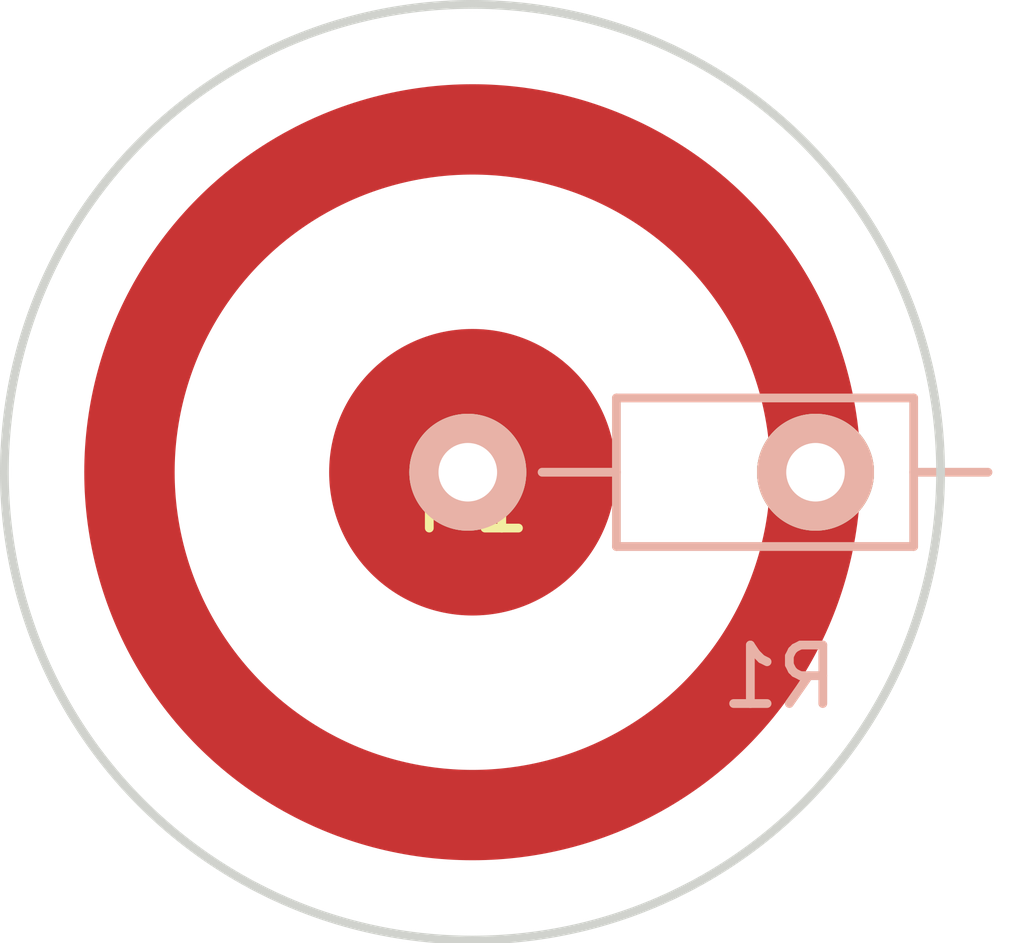
<source format=kicad_pcb>
(kicad_pcb (version 4) (host pcbnew 4.0.4-stable)

  (general
    (links 2)
    (no_connects 0)
    (area 141.924999 91.924999 158.075001 108.075001)
    (thickness 1.6)
    (drawings 1)
    (tracks 0)
    (zones 0)
    (modules 2)
    (nets 3)
  )

  (page A4)
  (layers
    (0 F.Cu signal)
    (31 B.Cu signal)
    (32 B.Adhes user)
    (33 F.Adhes user)
    (34 B.Paste user)
    (35 F.Paste user)
    (36 B.SilkS user)
    (37 F.SilkS user)
    (38 B.Mask user)
    (39 F.Mask user)
    (40 Dwgs.User user)
    (41 Cmts.User user)
    (42 Eco1.User user)
    (43 Eco2.User user)
    (44 Edge.Cuts user)
    (45 Margin user)
    (46 B.CrtYd user)
    (47 F.CrtYd user)
    (48 B.Fab user)
    (49 F.Fab user)
  )

  (setup
    (last_trace_width 0.25)
    (trace_clearance 0.8)
    (zone_clearance 0.508)
    (zone_45_only no)
    (trace_min 0.2)
    (segment_width 0.2)
    (edge_width 0.15)
    (via_size 0.6)
    (via_drill 0.4)
    (via_min_size 0.4)
    (via_min_drill 0.3)
    (uvia_size 0.3)
    (uvia_drill 0.1)
    (uvias_allowed no)
    (uvia_min_size 0.2)
    (uvia_min_drill 0.1)
    (pcb_text_width 0.3)
    (pcb_text_size 1.5 1.5)
    (mod_edge_width 0.15)
    (mod_text_size 1 1)
    (mod_text_width 0.15)
    (pad_size 1.99898 1.99898)
    (pad_drill 1.00076)
    (pad_to_mask_clearance 0.2)
    (aux_axis_origin 0 0)
    (visible_elements 7FFFFFFF)
    (pcbplotparams
      (layerselection 0x01000_00000001)
      (usegerberextensions false)
      (excludeedgelayer true)
      (linewidth 0.100000)
      (plotframeref false)
      (viasonmask false)
      (mode 1)
      (useauxorigin false)
      (hpglpennumber 1)
      (hpglpenspeed 20)
      (hpglpendiameter 15)
      (hpglpenoverlay 2)
      (psnegative false)
      (psa4output false)
      (plotreference true)
      (plotvalue true)
      (plotinvisibletext false)
      (padsonsilk false)
      (subtractmaskfromsilk false)
      (outputformat 1)
      (mirror false)
      (drillshape 0)
      (scaleselection 1)
      (outputdirectory gerbers/))
  )

  (net 0 "")
  (net 1 "Net-(P1-Pad1)")
  (net 2 "Net-(P1-Pad2)")

  (net_class Default "This is the default net class."
    (clearance 0.8)
    (trace_width 0.25)
    (via_dia 0.6)
    (via_drill 0.4)
    (uvia_dia 0.3)
    (uvia_drill 0.1)
    (add_net "Net-(P1-Pad1)")
    (add_net "Net-(P1-Pad2)")
  )

  (module Resistors_ThroughHole:Resistor_Horizontal_RM10mm (layer B.Cu) (tedit 5828D4A4) (tstamp 58289FAF)
    (at 155 100)
    (descr "Resistor, Axial,  RM 10mm, 1/3W,")
    (tags "Resistor, Axial, RM 10mm, 1/3W,")
    (path /58289B15)
    (fp_text reference R1 (at 0.24892 3.50012) (layer B.SilkS)
      (effects (font (size 1 1) (thickness 0.15)) (justify mirror))
    )
    (fp_text value R (at 3.81 -3.81) (layer B.Fab)
      (effects (font (size 1 1) (thickness 0.15)) (justify mirror))
    )
    (fp_line (start -2.54 1.27) (end 2.54 1.27) (layer B.SilkS) (width 0.15))
    (fp_line (start 2.54 1.27) (end 2.54 -1.27) (layer B.SilkS) (width 0.15))
    (fp_line (start 2.54 -1.27) (end -2.54 -1.27) (layer B.SilkS) (width 0.15))
    (fp_line (start -2.54 -1.27) (end -2.54 1.27) (layer B.SilkS) (width 0.15))
    (fp_line (start -2.54 0) (end -3.81 0) (layer B.SilkS) (width 0.15))
    (fp_line (start 2.54 0) (end 3.81 0) (layer B.SilkS) (width 0.15))
    (pad 1 thru_hole circle (at -5.08 0) (size 1.99898 1.99898) (drill 1.00076) (layers *.Cu *.SilkS *.Mask)
      (net 1 "Net-(P1-Pad1)"))
    (pad 2 thru_hole circle (at 0.8625 0) (size 1.99898 1.99898) (drill 1.00076) (layers *.Cu *.SilkS *.Mask)
      (net 2 "Net-(P1-Pad2)"))
    (model Resistors_ThroughHole.3dshapes/Resistor_Horizontal_RM10mm.wrl
      (at (xyz 0 0 0))
      (scale (xyz 0.4 0.4 0.4))
      (rotate (xyz 0 0 0))
    )
  )

  (module moonbeam-kicad-footprints:ConcentricRingConn_12mm (layer F.Cu) (tedit 5828D1D0) (tstamp 5828D30A)
    (at 150 100)
    (descr http://www.snaptron.com/products/pcb-pads/double-sided-contact-pad/)
    (path /5828A000)
    (fp_text reference P1 (at 0 0.5) (layer F.SilkS)
      (effects (font (size 1 1) (thickness 0.15)))
    )
    (fp_text value CONN_01X02 (at 0 -0.5) (layer F.Fab)
      (effects (font (size 1 1) (thickness 0.15)))
    )
    (fp_circle (center 0 0) (end 5.8625 0) (layer F.Cu) (width 1.545))
    (pad 1 smd circle (at 0 0) (size 4.9 4.9) (layers F.Cu F.Paste F.Mask)
      (net 1 "Net-(P1-Pad1)"))
    (pad 2 smd circle (at 5.8625 0) (size 1 1) (layers F.Cu F.Paste F.Mask)
      (net 2 "Net-(P1-Pad2)"))
  )

  (gr_circle (center 150 100) (end 158 100) (layer Edge.Cuts) (width 0.15))

)

</source>
